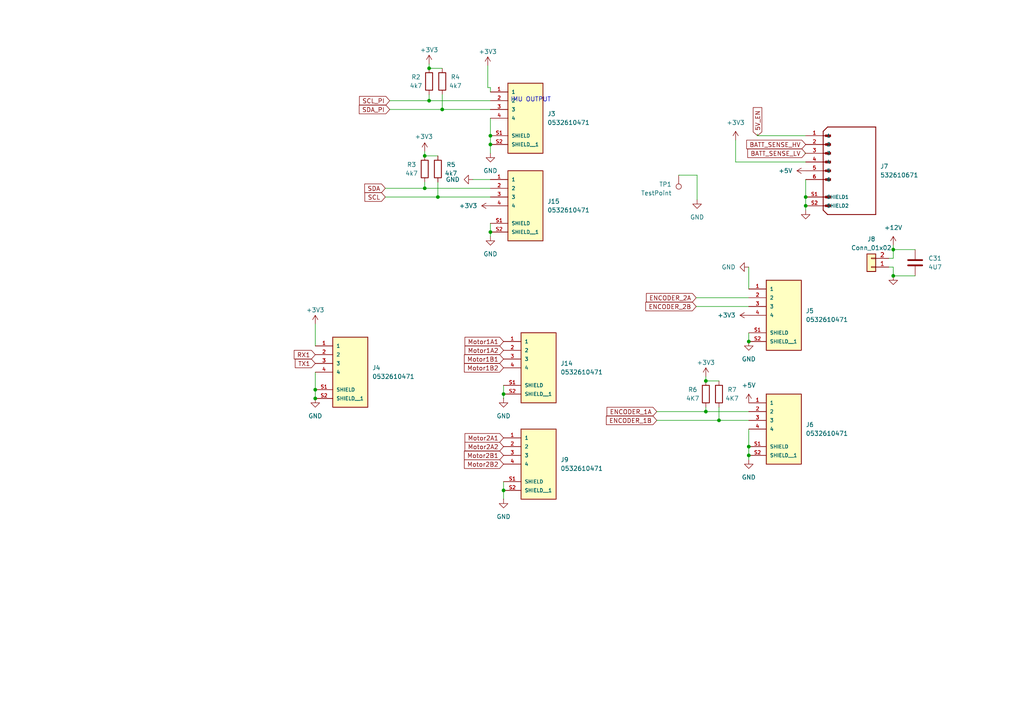
<source format=kicad_sch>
(kicad_sch (version 20231120) (generator "eeschema") (generator_version "8.0")
  (paper "A4")
  (lib_symbols
    (symbol "0532610471:0532610471" (pin_names (offset 1.016))
      (property "Reference" "J" (at -5.0836 8.1396 0))
      (property "Value" "0532610471" (at -5.0818 -15.2455 0))
      (symbol "0532610471_0_0"
        (rectangle (start -5.08 -12.7) (end 5.08 7.62) (stroke (width 0.254)) (fill (type background)))
        (pin passive line (at -10.16 5.08 0) (length 5.08) (name "1") (number "1"))
        (pin passive line (at -10.16 2.54 0) (length 5.08) (name "2") (number "2"))
        (pin passive line (at -10.16 0 0) (length 5.08) (name "3") (number "3"))
        (pin passive line (at -10.16 -2.54 0) (length 5.08) (name "4") (number "4"))
        (pin passive line (at -10.16 -7.62 0) (length 5.08) (name "SHIELD") (number "S1"))
        (pin passive line (at -10.16 -10.16 0) (length 5.08) (name "SHIELD__1") (number "S2"))
      )
    )
    (symbol "532610671:532610671" (pin_names (offset 1.016))
      (property "Reference" "J" (at -7.62 13.97 0))
      (property "Value" "532610671" (at -7.62 -15.24 0))
      (symbol "532610671_0_0"
        (rectangle (start -6.985 -10.4775) (end -5.3975 -9.8425) (stroke (width 0.1)) (fill (type outline)))
        (rectangle (start -6.985 -7.9375) (end -5.3975 -7.3025) (stroke (width 0.1)) (fill (type outline)))
        (rectangle (start -6.985 -2.8575) (end -5.3975 -2.2225) (stroke (width 0.1)) (fill (type outline)))
        (rectangle (start -6.985 -0.3175) (end -5.3975 0.3175) (stroke (width 0.1)) (fill (type outline)))
        (rectangle (start -6.985 2.2225) (end -5.3975 2.8575) (stroke (width 0.1)) (fill (type outline)))
        (rectangle (start -6.985 4.7625) (end -5.3975 5.3975) (stroke (width 0.1)) (fill (type outline)))
        (rectangle (start -6.985 7.3025) (end -5.3975 7.9375) (stroke (width 0.1)) (fill (type outline)))
        (rectangle (start -6.985 9.8425) (end -5.3975 10.4775) (stroke (width 0.1)) (fill (type outline)))
        (polyline (pts (xy -7.62 -11.43) (xy -6.35 -12.7)) (stroke (width 0.254)))
        (polyline (pts (xy -7.62 -10.16) (xy -5.715 -10.16)) (stroke (width 0.254)))
        (polyline (pts (xy -7.62 -7.62) (xy -5.715 -7.62)) (stroke (width 0.254)))
        (polyline (pts (xy -7.62 -2.54) (xy -5.715 -2.54)) (stroke (width 0.254)))
        (polyline (pts (xy -7.62 0) (xy -5.715 0)) (stroke (width 0.254)))
        (polyline (pts (xy -7.62 2.54) (xy -5.715 2.54)) (stroke (width 0.254)))
        (polyline (pts (xy -7.62 5.08) (xy -5.715 5.08)) (stroke (width 0.254)))
        (polyline (pts (xy -7.62 7.62) (xy -5.715 7.62)) (stroke (width 0.254)))
        (polyline (pts (xy -7.62 10.16) (xy -5.715 10.16)) (stroke (width 0.254)))
        (polyline (pts (xy -7.62 11.43) (xy -7.62 -11.43)) (stroke (width 0.254)))
        (polyline (pts (xy -7.62 11.43) (xy -6.35 12.7)) (stroke (width 0.254)))
        (polyline (pts (xy -6.35 -12.7) (xy 7.62 -12.7)) (stroke (width 0.254)))
        (polyline (pts (xy 7.62 -12.7) (xy 7.62 12.7)) (stroke (width 0.254)))
        (polyline (pts (xy 7.62 12.7) (xy -6.35 12.7)) (stroke (width 0.254)))
        (pin passive line (at -12.7 10.16 0) (length 5.08) (name "1") (number "1"))
        (pin passive line (at -12.7 7.62 0) (length 5.08) (name "2") (number "2"))
        (pin passive line (at -12.7 5.08 0) (length 5.08) (name "3") (number "3"))
        (pin passive line (at -12.7 2.54 0) (length 5.08) (name "4") (number "4"))
        (pin passive line (at -12.7 0 0) (length 5.08) (name "5") (number "5"))
        (pin passive line (at -12.7 -2.54 0) (length 5.08) (name "6") (number "6"))
        (pin passive line (at -12.7 -7.62 0) (length 5.08) (name "SHIELD1") (number "S1"))
        (pin passive line (at -12.7 -10.16 0) (length 5.08) (name "SHIELD2") (number "S2"))
      )
    )
    (symbol "Connector:TestPoint" (pin_numbers hide) (pin_names (offset 0.762) hide)
      (property "Reference" "TP" (at 0 6.858 0))
      (property "Value" "TestPoint" (at 0 5.08 0))
      (symbol "TestPoint_0_1"
        (circle (center 0 3.302) (radius 0.762))
      )
      (symbol "TestPoint_1_1"
        (pin passive line (at 0 0 90) (length 2.54) (name "1") (number "1"))
      )
    )
    (symbol "Connector_Generic:Conn_01x02" (pin_names (offset 1.016) hide)
      (property "Reference" "J" (at 0 2.54 0))
      (property "Value" "Conn_01x02" (at 0 -5.08 0))
      (symbol "Conn_01x02_1_1"
        (rectangle (start -1.27 -2.413) (end 0 -2.667) (stroke (width 0.1524)))
        (rectangle (start -1.27 0.127) (end 0 -0.127) (stroke (width 0.1524)))
        (rectangle (start -1.27 1.27) (end 1.27 -3.81) (stroke (width 0.254)) (fill (type background)))
        (pin passive line (at -5.08 0 0) (length 3.81) (name "Pin_1") (number "1"))
        (pin passive line (at -5.08 -2.54 0) (length 3.81) (name "Pin_2") (number "2"))
      )
    )
    (symbol "Device:C" (pin_numbers hide) (pin_names (offset 0.254))
      (property "Reference" "C" (at 0.635 2.54 0))
      (property "Value" "C" (at 0.635 -2.54 0))
      (symbol "C_0_1"
        (polyline (pts (xy -2.032 -0.762) (xy 2.032 -0.762)) (stroke (width 0.508)))
        (polyline (pts (xy -2.032 0.762) (xy 2.032 0.762)) (stroke (width 0.508)))
      )
      (symbol "C_1_1"
        (pin passive line (at 0 3.81 270) (length 2.794) (name "~") (number "1"))
        (pin passive line (at 0 -3.81 90) (length 2.794) (name "~") (number "2"))
      )
    )
    (symbol "Device:R" (pin_numbers hide) (pin_names (offset 0))
      (property "Reference" "R" (at 2.032 0 90))
      (property "Value" "R" (at 0 0 90))
      (symbol "R_0_1"
        (rectangle (start -1.016 -2.54) (end 1.016 2.54) (stroke (width 0.254)))
      )
      (symbol "R_1_1"
        (pin passive line (at 0 3.81 270) (length 1.27) (name "~") (number "1"))
        (pin passive line (at 0 -3.81 90) (length 1.27) (name "~") (number "2"))
      )
    )
    (symbol "GND_1" (power) (pin_numbers hide) (pin_names (offset 0) hide)
      (property "Value" "GND" (at 0 -3.81 0))
      (symbol "GND_1_0_1"
        (polyline (pts (xy 0 0) (xy 0 -1.27) (xy 1.27 -1.27) (xy 0 -2.54) (xy -1.27 -1.27) (xy 0 -1.27)))
      )
      (symbol "GND_1_1_1"
        (pin power_in line (at 0 0 270) (length 0) (name "~") (number "1"))
      )
    )
    (symbol "power:+12V" (power) (pin_names (offset 0))
      (property "Value" "+12V" (at 0 3.556 0))
      (symbol "+12V_0_1"
        (polyline (pts (xy -0.762 1.27) (xy 0 2.54)))
        (polyline (pts (xy 0 0) (xy 0 2.54)))
        (polyline (pts (xy 0 2.54) (xy 0.762 1.27)))
      )
      (symbol "+12V_1_1"
        (pin power_in line (at 0 0 90) (length 0) hide (name "+12V") (number "1"))
      )
    )
    (symbol "power:+3V3" (power) (pin_names (offset 0))
      (property "Value" "+3V3" (at 0 3.556 0))
      (symbol "+3V3_0_1"
        (polyline (pts (xy -0.762 1.27) (xy 0 2.54)))
        (polyline (pts (xy 0 0) (xy 0 2.54)))
        (polyline (pts (xy 0 2.54) (xy 0.762 1.27)))
      )
      (symbol "+3V3_1_1"
        (pin power_in line (at 0 0 90) (length 0) hide (name "+3V3") (number "1"))
      )
    )
    (symbol "power:+5V" (power) (pin_names (offset 0))
      (property "Value" "+5V" (at 0 3.556 0))
      (symbol "+5V_0_1"
        (polyline (pts (xy -0.762 1.27) (xy 0 2.54)))
        (polyline (pts (xy 0 0) (xy 0 2.54)))
        (polyline (pts (xy 0 2.54) (xy 0.762 1.27)))
      )
      (symbol "+5V_1_1"
        (pin power_in line (at 0 0 90) (length 0) hide (name "+5V") (number "1"))
      )
    )
    (symbol "power:GND" (power) (pin_names (offset 0))
      (property "Value" "GND" (at 0 -3.81 0))
      (symbol "GND_0_1"
        (polyline (pts (xy 0 0) (xy 0 -1.27) (xy 1.27 -1.27) (xy 0 -2.54) (xy -1.27 -1.27) (xy 0 -1.27)))
      )
      (symbol "GND_1_1"
        (pin power_in line (at 0 0 270) (length 0) hide (name "GND") (number "1"))
      )
    )
  )
  (junction (at 204.724 110.49))
  (junction (at 146.05 142.24))
  (junction (at 127 57.15))
  (junction (at 208.534 121.92))
  (junction (at 233.68 57.15))
  (junction (at 217.17 129.54))
  (junction (at 217.17 132.08))
  (junction (at 217.17 99.06))
  (junction (at 124.46 29.21))
  (junction (at 142.24 41.91))
  (junction (at 91.44 113.03))
  (junction (at 259.08 80.01))
  (junction (at 123.19 54.61))
  (junction (at 124.46 19.812))
  (junction (at 91.44 115.57))
  (junction (at 233.68 59.69))
  (junction (at 142.24 39.37))
  (junction (at 146.05 114.3))
  (junction (at 128.27 31.75))
  (junction (at 142.24 67.31))
  (junction (at 204.724 119.38))
  (junction (at 259.08 72.39))
  (junction (at 123.19 45.212))
  (wire (pts (xy 190.5 121.92) (xy 208.534 121.92)))
  (wire (pts (xy 141.478 25.4) (xy 141.478 19.05)))
  (wire (pts (xy 259.08 77.47) (xy 257.81 77.47)))
  (wire (pts (xy 204.724 119.38) (xy 217.17 119.38)))
  (wire (pts (xy 259.08 72.39) (xy 259.08 71.12)))
  (wire (pts (xy 259.08 74.93) (xy 259.08 72.39)))
  (wire (pts (xy 259.08 77.47) (xy 259.08 80.01)))
  (wire (pts (xy 111.76 54.61) (xy 123.19 54.61)))
  (wire (pts (xy 233.68 57.15) (xy 233.68 59.69)))
  (wire (pts (xy 123.19 43.942) (xy 123.19 45.212)))
  (wire (pts (xy 142.24 25.4) (xy 142.24 26.67)))
  (wire (pts (xy 123.19 54.61) (xy 142.24 54.61)))
  (wire (pts (xy 128.27 31.75) (xy 142.24 31.75)))
  (wire (pts (xy 201.93 86.36) (xy 217.17 86.36)))
  (wire (pts (xy 233.68 52.07) (xy 233.68 57.15)))
  (wire (pts (xy 146.05 114.3) (xy 146.05 115.57)))
  (wire (pts (xy 127 52.832) (xy 127 57.15)))
  (wire (pts (xy 219.71 38.862) (xy 219.71 39.37)))
  (wire (pts (xy 217.17 77.47) (xy 217.17 83.82)))
  (wire (pts (xy 196.85 50.8) (xy 202.184 50.8)))
  (wire (pts (xy 204.724 109.22) (xy 204.724 110.49)))
  (wire (pts (xy 259.08 80.01) (xy 265.43 80.01)))
  (wire (pts (xy 213.36 46.99) (xy 213.36 40.64)))
  (wire (pts (xy 142.24 39.37) (xy 142.24 34.29)))
  (wire (pts (xy 233.68 39.37) (xy 219.71 39.37)))
  (wire (pts (xy 124.46 18.542) (xy 124.46 19.812)))
  (wire (pts (xy 142.24 41.91) (xy 142.24 39.37)))
  (wire (pts (xy 202.184 50.8) (xy 202.184 57.912)))
  (wire (pts (xy 208.534 118.11) (xy 208.534 121.92)))
  (wire (pts (xy 257.81 74.93) (xy 259.08 74.93)))
  (wire (pts (xy 123.19 45.212) (xy 127 45.212)))
  (wire (pts (xy 137.16 52.07) (xy 142.24 52.07)))
  (wire (pts (xy 146.05 139.7) (xy 146.05 142.24)))
  (wire (pts (xy 91.44 107.95) (xy 91.44 113.03)))
  (wire (pts (xy 113.03 29.21) (xy 124.46 29.21)))
  (wire (pts (xy 204.724 110.49) (xy 208.534 110.49)))
  (wire (pts (xy 201.93 88.9) (xy 217.17 88.9)))
  (wire (pts (xy 124.46 29.21) (xy 142.24 29.21)))
  (wire (pts (xy 91.44 93.98) (xy 91.44 100.33)))
  (wire (pts (xy 233.68 59.69) (xy 233.68 60.96)))
  (wire (pts (xy 217.17 129.54) (xy 217.17 124.46)))
  (wire (pts (xy 217.17 132.08) (xy 217.17 133.35)))
  (wire (pts (xy 124.46 19.812) (xy 128.27 19.812)))
  (wire (pts (xy 233.426 44.45) (xy 233.68 44.45)))
  (wire (pts (xy 259.08 72.39) (xy 265.43 72.39)))
  (wire (pts (xy 111.76 57.15) (xy 127 57.15)))
  (wire (pts (xy 146.05 111.76) (xy 146.05 114.3)))
  (wire (pts (xy 208.534 121.92) (xy 217.17 121.92)))
  (wire (pts (xy 142.24 67.31) (xy 142.24 64.77)))
  (wire (pts (xy 146.05 142.24) (xy 146.05 144.78)))
  (wire (pts (xy 142.24 68.58) (xy 142.24 67.31)))
  (wire (pts (xy 142.24 44.45) (xy 142.24 41.91)))
  (wire (pts (xy 190.5 119.38) (xy 204.724 119.38)))
  (wire (pts (xy 142.24 25.4) (xy 141.478 25.4)))
  (wire (pts (xy 113.03 31.75) (xy 128.27 31.75)))
  (wire (pts (xy 128.27 27.432) (xy 128.27 31.75)))
  (wire (pts (xy 217.17 132.08) (xy 217.17 129.54)))
  (wire (pts (xy 123.19 52.832) (xy 123.19 54.61)))
  (wire (pts (xy 217.17 96.52) (xy 217.17 99.06)))
  (wire (pts (xy 124.46 27.432) (xy 124.46 29.21)))
  (wire (pts (xy 127 57.15) (xy 142.24 57.15)))
  (wire (pts (xy 204.724 118.11) (xy 204.724 119.38)))
  (wire (pts (xy 91.44 113.03) (xy 91.44 115.57)))
  (wire (pts (xy 213.36 46.99) (xy 233.68 46.99)))
  (text "IMU OUTPUT\n" (at 148.082 29.718 0) (effects (font (size 1.27 1.27)) (justify left bottom)))
  (global_label "5V_EN" (shape input) (at 219.71 39.37 90) (property "Intersheetrefs" "${INTERSHEET_REFS}" (effects (hide yes))))
  (global_label "SDA" (shape input) (at 111.76 54.61 180) (property "Intersheetrefs" "${INTERSHEET_REFS}" (effects (hide yes))))
  (global_label "SCL_PI" (shape input) (at 113.03 29.21 180) (property "Intersheetrefs" "${INTERSHEET_REFS}" (effects (hide yes))))
  (global_label "SDA_PI" (shape input) (at 113.03 31.75 180) (property "Intersheetrefs" "${INTERSHEET_REFS}" (effects (hide yes))))
  (global_label "Motor2B1" (shape input) (at 146.05 132.08 180) (property "Intersheetrefs" "${INTERSHEET_REFS}" (effects (hide yes))))
  (global_label "ENCODER_2A" (shape input) (at 201.93 86.36 180) (property "Intersheetrefs" "${INTERSHEET_REFS}" (effects (hide yes))))
  (global_label "Motor1B2" (shape input) (at 146.05 106.68 180) (property "Intersheetrefs" "${INTERSHEET_REFS}" (effects (hide yes))))
  (global_label "Motor1A2" (shape input) (at 146.05 101.6 180) (property "Intersheetrefs" "${INTERSHEET_REFS}" (effects (hide yes))))
  (global_label "ENCODER_1B" (shape input) (at 190.5 121.92 180) (property "Intersheetrefs" "${INTERSHEET_REFS}" (effects (hide yes))))
  (global_label "BATT_SENSE_HV" (shape input) (at 233.68 41.91 180) (property "Intersheetrefs" "${INTERSHEET_REFS}" (effects (hide yes))))
  (global_label "RX1" (shape input) (at 91.44 102.87 180) (property "Intersheetrefs" "${INTERSHEET_REFS}" (effects (hide yes))))
  (global_label "Motor2A2" (shape input) (at 146.05 129.54 180) (property "Intersheetrefs" "${INTERSHEET_REFS}" (effects (hide yes))))
  (global_label "Motor1A1" (shape input) (at 146.05 99.06 180) (property "Intersheetrefs" "${INTERSHEET_REFS}" (effects (hide yes))))
  (global_label "Motor2A1" (shape input) (at 146.05 127 180) (property "Intersheetrefs" "${INTERSHEET_REFS}" (effects (hide yes))))
  (global_label "ENCODER_2B" (shape input) (at 201.93 88.9 180) (property "Intersheetrefs" "${INTERSHEET_REFS}" (effects (hide yes))))
  (global_label "TX1" (shape input) (at 91.44 105.41 180) (property "Intersheetrefs" "${INTERSHEET_REFS}" (effects (hide yes))))
  (global_label "BATT_SENSE_LV" (shape input) (at 233.68 44.45 180) (property "Intersheetrefs" "${INTERSHEET_REFS}" (effects (hide yes))))
  (global_label "Motor1B1" (shape input) (at 146.05 104.14 180) (property "Intersheetrefs" "${INTERSHEET_REFS}" (effects (hide yes))))
  (global_label "Motor2B2" (shape input) (at 146.05 134.62 180) (property "Intersheetrefs" "${INTERSHEET_REFS}" (effects (hide yes))))
  (global_label "SCL" (shape input) (at 111.76 57.15 180) (property "Intersheetrefs" "${INTERSHEET_REFS}" (effects (hide yes))))
  (global_label "ENCODER_1A" (shape input) (at 190.5 119.38 180) (property "Intersheetrefs" "${INTERSHEET_REFS}" (effects (hide yes))))
  (symbol (lib_id "power:+3V3") (at 141.478 19.05 0) (mirror y) (unit 1)
    (property "Reference" "#PWR038" (effects (hide yes)))
    (property "Value" "+3V3" (at 141.478 14.986 0))
  )
  (symbol (lib_id "0532610471:0532610471") (at 227.33 88.9 0) (unit 1)
    (property "Reference" "J5" (at 233.68 90.1699 0) (effects (justify left)))
    (property "Value" "0532610471" (at 233.68 92.7099 0) (effects (justify left)))
    (property "Footprint" "0532610471:MOLEX_0532610471" (effects (hide yes)))
    (property "MF" "Molex" (effects (hide yes)))
    (property "DESCRIPTION" "Conn Shrouded Header HDR 4 POS 1.25mm Solder RA SMD PicoBlade™ Embossed T/R" (effects (hide yes)))
    (property "PACKAGE" "None" (effects (hide yes)))
    (property "PRICE" "None" (effects (hide yes)))
    (property "STANDARD" "Manufacturer Recommendation" (effects (hide yes)))
    (property "PARTREV" "J" (effects (hide yes)))
    (property "MP" "0532610471" (effects (hide yes)))
    (property "AVAILABILITY" "Unavailable" (effects (hide yes)))
  )
  (symbol (lib_id "power:+3V3") (at 213.36 40.64 0) (mirror y) (unit 1)
    (property "Reference" "#PWR010" (effects (hide yes)))
    (property "Value" "+3V3" (at 213.36 35.56 0))
  )
  (symbol (lib_id "Connector_Generic:Conn_01x02") (at 252.73 77.47 180) (unit 1)
    (property "Reference" "J8" (at 252.73 69.342 0))
    (property "Value" "Conn_01x02" (at 252.73 71.882 0))
    (property "Footprint" "Connector_PinHeader_2.54mm:PinHeader_1x02_P2.54mm_Horizontal" (effects (hide yes)))
  )
  (symbol (lib_name "GND_1") (lib_id "power:GND") (at 146.05 115.57 0) (unit 1)
    (property "Reference" "#PWR04" (effects (hide yes)))
    (property "Value" "GND" (at 146.05 120.65 0))
    (property "Description" "Power symbol creates a global label with name \"GND\" , ground" (effects (hide yes)))
  )
  (symbol (lib_id "0532610471:0532610471") (at 101.6 105.41 0) (unit 1)
    (property "Reference" "J4" (at 107.95 106.6799 0) (effects (justify left)))
    (property "Value" "0532610471" (at 107.95 109.2199 0) (effects (justify left)))
    (property "Footprint" "0532610471:MOLEX_0532610471" (effects (hide yes)))
    (property "MF" "Molex" (effects (hide yes)))
    (property "DESCRIPTION" "Conn Shrouded Header HDR 4 POS 1.25mm Solder RA SMD PicoBlade™ Embossed T/R" (effects (hide yes)))
    (property "PACKAGE" "None" (effects (hide yes)))
    (property "PRICE" "None" (effects (hide yes)))
    (property "STANDARD" "Manufacturer Recommendation" (effects (hide yes)))
    (property "PARTREV" "J" (effects (hide yes)))
    (property "MP" "0532610471" (effects (hide yes)))
    (property "AVAILABILITY" "Unavailable" (effects (hide yes)))
  )
  (symbol (lib_id "Device:R") (at 123.19 49.022 180) (unit 1)
    (property "Reference" "R3" (at 119.38 47.752 0))
    (property "Value" "4k7" (at 119.38 50.292 0))
    (property "Footprint" "Resistor_SMD:R_0603_1608Metric" (effects (hide yes)))
    (property "Description" "Resistor" (effects (hide yes)))
  )
  (symbol (lib_id "power:GND") (at 91.44 115.57 0) (unit 1)
    (property "Reference" "#PWR031" (effects (hide yes)))
    (property "Value" "GND" (at 91.44 120.65 0))
  )
  (symbol (lib_id "0532610471:0532610471") (at 156.21 104.14 0) (unit 1)
    (property "Reference" "J14" (at 162.56 105.4099 0) (effects (justify left)))
    (property "Value" "0532610471" (at 162.56 107.9499 0) (effects (justify left)))
    (property "Footprint" "0532610471:MOLEX_0532610471" (effects (hide yes)))
    (property "MF" "Molex" (effects (hide yes)))
    (property "DESCRIPTION" "Conn Shrouded Header HDR 4 POS 1.25mm Solder RA SMD PicoBlade™ Embossed T/R" (effects (hide yes)))
    (property "PACKAGE" "None" (effects (hide yes)))
    (property "PRICE" "None" (effects (hide yes)))
    (property "STANDARD" "Manufacturer Recommendation" (effects (hide yes)))
    (property "PARTREV" "J" (effects (hide yes)))
    (property "MP" "0532610471" (effects (hide yes)))
    (property "AVAILABILITY" "Unavailable" (effects (hide yes)))
  )
  (symbol (lib_id "0532610471:0532610471") (at 227.33 121.92 0) (unit 1)
    (property "Reference" "J6" (at 233.68 123.1899 0) (effects (justify left)))
    (property "Value" "0532610471" (at 233.68 125.7299 0) (effects (justify left)))
    (property "Footprint" "0532610471:MOLEX_0532610471" (effects (hide yes)))
    (property "MF" "Molex" (effects (hide yes)))
    (property "DESCRIPTION" "Conn Shrouded Header HDR 4 POS 1.25mm Solder RA SMD PicoBlade™ Embossed T/R" (effects (hide yes)))
    (property "PACKAGE" "None" (effects (hide yes)))
    (property "PRICE" "None" (effects (hide yes)))
    (property "STANDARD" "Manufacturer Recommendation" (effects (hide yes)))
    (property "PARTREV" "J" (effects (hide yes)))
    (property "MP" "0532610471" (effects (hide yes)))
    (property "AVAILABILITY" "Unavailable" (effects (hide yes)))
  )
  (symbol (lib_id "power:GND") (at 217.17 99.06 0) (unit 1)
    (property "Reference" "#PWR041" (effects (hide yes)))
    (property "Value" "GND" (at 217.17 104.14 0))
  )
  (symbol (lib_id "0532610471:0532610471") (at 152.4 57.15 0) (unit 1)
    (property "Reference" "J15" (at 158.75 58.4199 0) (effects (justify left)))
    (property "Value" "0532610471" (at 158.75 60.9599 0) (effects (justify left)))
    (property "Footprint" "0532610471:MOLEX_0532610471" (effects (hide yes)))
    (property "MF" "Molex" (effects (hide yes)))
    (property "DESCRIPTION" "Conn Shrouded Header HDR 4 POS 1.25mm Solder RA SMD PicoBlade™ Embossed T/R" (effects (hide yes)))
    (property "PACKAGE" "None" (effects (hide yes)))
    (property "PRICE" "None" (effects (hide yes)))
    (property "STANDARD" "Manufacturer Recommendation" (effects (hide yes)))
    (property "PARTREV" "J" (effects (hide yes)))
    (property "MP" "0532610471" (effects (hide yes)))
    (property "AVAILABILITY" "Unavailable" (effects (hide yes)))
  )
  (symbol (lib_id "power:GND") (at 202.184 57.912 0) (unit 1)
    (property "Reference" "#PWR032" (effects (hide yes)))
    (property "Value" "GND" (at 202.184 62.992 0))
  )
  (symbol (lib_id "power:+5V") (at 233.68 49.53 90) (mirror x) (unit 1)
    (property "Reference" "#PWR016" (effects (hide yes)))
    (property "Value" "+5V" (at 229.87 49.5299 90) (effects (justify left)))
  )
  (symbol (lib_id "532610671:532610671") (at 246.38 49.53 0) (unit 1)
    (property "Reference" "J7" (at 255.27 48.2599 0) (effects (justify left)))
    (property "Value" "532610671" (at 255.27 50.7999 0) (effects (justify left)))
    (property "Footprint" "0532610671:MOLEX_532610671" (effects (hide yes)))
    (property "PARTREV" "J" (effects (hide yes)))
    (property "STANDARD" "Manufacturer Recommendations" (effects (hide yes)))
    (property "MAXIMUM_PACKAGE_HEIGHT" "3.4 mm" (effects (hide yes)))
    (property "MANUFACTURER" "Molex" (effects (hide yes)))
  )
  (symbol (lib_id "Device:R") (at 127 49.022 180) (unit 1)
    (property "Reference" "R5" (at 130.81 47.752 0))
    (property "Value" "4k7" (at 130.81 50.292 0))
    (property "Footprint" "Resistor_SMD:R_0603_1608Metric" (effects (hide yes)))
    (property "Description" "Resistor" (effects (hide yes)))
  )
  (symbol (lib_id "power:GND") (at 259.08 80.01 0) (mirror y) (unit 1)
    (property "Reference" "#PWR017" (effects (hide yes)))
    (property "Value" "GND" (effects (hide yes)))
  )
  (symbol (lib_id "power:GND") (at 217.17 77.47 270) (unit 1)
    (property "Reference" "#PWR09" (effects (hide yes)))
    (property "Value" "GND" (at 213.36 77.4699 90) (effects (justify right)))
  )
  (symbol (lib_name "GND_1") (lib_id "power:GND") (at 146.05 144.78 0) (unit 1)
    (property "Reference" "#PWR03" (effects (hide yes)))
    (property "Value" "GND" (at 146.05 149.86 0))
    (property "Description" "Power symbol creates a global label with name \"GND\" , ground" (effects (hide yes)))
  )
  (symbol (lib_id "power:+3V3") (at 123.19 43.942 0) (mirror y) (unit 1)
    (property "Reference" "#PWR034" (effects (hide yes)))
    (property "Value" "+3V3" (at 122.936 39.624 0))
  )
  (symbol (lib_id "power:+3V3") (at 91.44 93.98 0) (mirror y) (unit 1)
    (property "Reference" "#PWR030" (effects (hide yes)))
    (property "Value" "+3V3" (at 91.44 89.916 0))
  )
  (symbol (lib_id "Device:R") (at 208.534 114.3 180) (unit 1)
    (property "Reference" "R7" (at 212.344 113.03 0))
    (property "Value" "4K7" (at 212.344 115.57 0))
    (property "Footprint" "Resistor_SMD:R_0603_1608Metric" (effects (hide yes)))
    (property "Description" "Resistor" (effects (hide yes)))
  )
  (symbol (lib_id "Device:C") (at 265.43 76.2 0) (unit 1)
    (property "Reference" "C31" (at 269.24 74.9299 0) (effects (justify left)))
    (property "Value" "4U7" (at 269.24 77.4699 0) (effects (justify left)))
    (property "Footprint" "Capacitor_SMD:C_0603_1608Metric" (effects (hide yes)))
    (property "Description" "16V" (effects (hide yes)))
  )
  (symbol (lib_id "Device:R") (at 124.46 23.622 180) (unit 1)
    (property "Reference" "R2" (at 120.65 22.352 0))
    (property "Value" "4k7" (at 120.65 24.892 0))
    (property "Footprint" "Resistor_SMD:R_0603_1608Metric" (effects (hide yes)))
    (property "Description" "Resistor" (effects (hide yes)))
  )
  (symbol (lib_id "0532610471:0532610471") (at 156.21 132.08 0) (unit 1)
    (property "Reference" "J9" (at 162.56 133.3499 0) (effects (justify left)))
    (property "Value" "0532610471" (at 162.56 135.8899 0) (effects (justify left)))
    (property "Footprint" "0532610471:MOLEX_0532610471" (effects (hide yes)))
    (property "MF" "Molex" (effects (hide yes)))
    (property "DESCRIPTION" "Conn Shrouded Header HDR 4 POS 1.25mm Solder RA SMD PicoBlade™ Embossed T/R" (effects (hide yes)))
    (property "PACKAGE" "None" (effects (hide yes)))
    (property "PRICE" "None" (effects (hide yes)))
    (property "STANDARD" "Manufacturer Recommendation" (effects (hide yes)))
    (property "PARTREV" "J" (effects (hide yes)))
    (property "MP" "0532610471" (effects (hide yes)))
    (property "AVAILABILITY" "Unavailable" (effects (hide yes)))
  )
  (symbol (lib_id "Device:R") (at 128.27 23.622 180) (unit 1)
    (property "Reference" "R4" (at 132.08 22.352 0))
    (property "Value" "4k7" (at 132.08 24.892 0))
    (property "Footprint" "Resistor_SMD:R_0603_1608Metric" (effects (hide yes)))
    (property "Description" "Resistor" (effects (hide yes)))
  )
  (symbol (lib_id "power:GND") (at 217.17 133.35 0) (unit 1)
    (property "Reference" "#PWR043" (effects (hide yes)))
    (property "Value" "GND" (at 217.17 138.43 0))
  )
  (symbol (lib_id "power:+3V3") (at 124.46 18.542 0) (mirror y) (unit 1)
    (property "Reference" "#PWR033" (effects (hide yes)))
    (property "Value" "+3V3" (at 124.46 14.478 0))
  )
  (symbol (lib_id "power:GND") (at 142.24 44.45 0) (unit 1)
    (property "Reference" "#PWR036" (effects (hide yes)))
    (property "Value" "GND" (at 142.24 49.53 0))
  )
  (symbol (lib_id "power:+5V") (at 217.17 116.84 0) (unit 1)
    (property "Reference" "#PWR042" (effects (hide yes)))
    (property "Value" "+5V" (at 217.17 111.76 0))
  )
  (symbol (lib_id "Device:R") (at 204.724 114.3 0) (mirror x) (unit 1)
    (property "Reference" "R6" (at 200.914 113.03 0))
    (property "Value" "4K7" (at 200.914 115.57 0))
    (property "Footprint" "Resistor_SMD:R_0603_1608Metric" (effects (hide yes)))
    (property "Description" "Resistor" (effects (hide yes)))
  )
  (symbol (lib_id "power:+3V3") (at 142.24 59.69 90) (mirror x) (unit 1)
    (property "Reference" "#PWR039" (effects (hide yes)))
    (property "Value" "+3V3" (at 138.43 59.6899 90) (effects (justify left)))
  )
  (symbol (lib_id "power:GND") (at 142.24 68.58 0) (unit 1)
    (property "Reference" "#PWR037" (effects (hide yes)))
    (property "Value" "GND" (at 142.24 73.66 0))
  )
  (symbol (lib_id "power:+12V") (at 259.08 71.12 0) (unit 1)
    (property "Reference" "#PWR020" (effects (hide yes)))
    (property "Value" "+12V" (at 259.08 66.04 0))
  )
  (symbol (lib_id "Connector:TestPoint") (at 196.85 50.8 0) (mirror x) (unit 1)
    (property "Reference" "TP1" (at 194.818 53.467 0) (effects (justify right)))
    (property "Value" "TestPoint" (at 194.818 56.007 0) (effects (justify right)))
    (property "Footprint" "TestPoint:TestPoint_Pad_1.5x1.5mm" (effects (hide yes)))
  )
  (symbol (lib_id "power:+3V3") (at 204.724 109.22 0) (mirror y) (unit 1)
    (property "Reference" "#PWR035" (effects (hide yes)))
    (property "Value" "+3V3" (at 204.724 105.156 0))
  )
  (symbol (lib_id "power:+3V3") (at 217.17 91.44 90) (mirror x) (unit 1)
    (property "Reference" "#PWR040" (effects (hide yes)))
    (property "Value" "+3V3" (at 213.36 91.4399 90) (effects (justify left)))
  )
  (symbol (lib_id "0532610471:0532610471") (at 152.4 31.75 0) (unit 1)
    (property "Reference" "J3" (at 158.75 33.0199 0) (effects (justify left)))
    (property "Value" "0532610471" (at 158.75 35.5599 0) (effects (justify left)))
    (property "Footprint" "0532610471:MOLEX_0532610471" (effects (hide yes)))
    (property "MF" "Molex" (effects (hide yes)))
    (property "DESCRIPTION" "Conn Shrouded Header HDR 4 POS 1.25mm Solder RA SMD PicoBlade™ Embossed T/R" (effects (hide yes)))
    (property "PACKAGE" "None" (effects (hide yes)))
    (property "PRICE" "None" (effects (hide yes)))
    (property "STANDARD" "Manufacturer Recommendation" (effects (hide yes)))
    (property "PARTREV" "J" (effects (hide yes)))
    (property "MP" "0532610471" (effects (hide yes)))
    (property "AVAILABILITY" "Unavailable" (effects (hide yes)))
  )
  (symbol (lib_id "power:GND") (at 233.68 60.96 0) (unit 1)
    (property "Reference" "#PWR011" (effects (hide yes)))
    (property "Value" "GND" (effects (hide yes)))
  )
  (symbol (lib_id "power:GND") (at 137.16 52.07 270) (unit 1)
    (property "Reference" "#PWR08" (effects (hide yes)))
    (property "Value" "GND" (at 133.35 52.0699 90) (effects (justify right)))
  )
)
</source>
